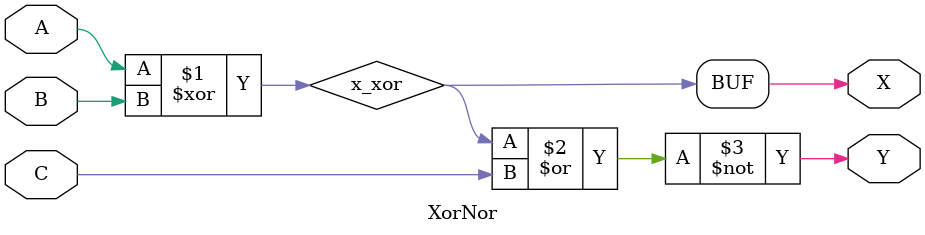
<source format=v>
module XorNor(
	output X, Y,
	input A, B, C
	);

wire x_xor;

assign #1 X = x_xor;
assign #10 x_xor = A^B;
assign #10 Y = ~(x_xor|C);

endmodule
</source>
